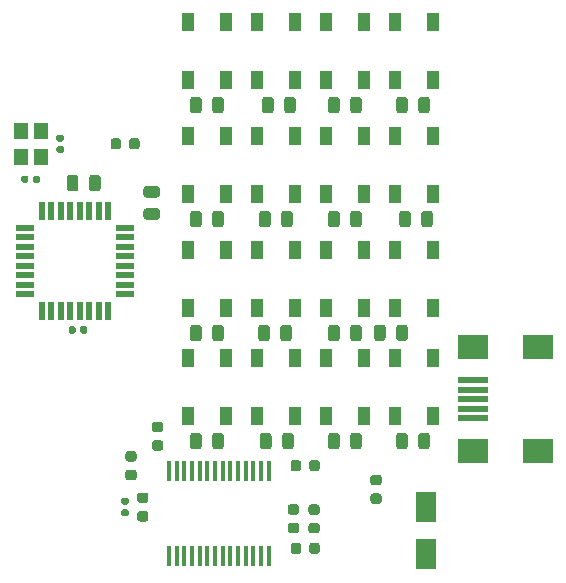
<source format=gbr>
%TF.GenerationSoftware,KiCad,Pcbnew,(5.1.6)-1*%
%TF.CreationDate,2020-07-28T23:07:53-07:00*%
%TF.ProjectId,Atmel,41746d65-6c2e-46b6-9963-61645f706362,rev?*%
%TF.SameCoordinates,Original*%
%TF.FileFunction,Paste,Top*%
%TF.FilePolarity,Positive*%
%FSLAX46Y46*%
G04 Gerber Fmt 4.6, Leading zero omitted, Abs format (unit mm)*
G04 Created by KiCad (PCBNEW (5.1.6)-1) date 2020-07-28 23:07:53*
%MOMM*%
%LPD*%
G01*
G04 APERTURE LIST*
%ADD10R,1.000000X1.500000*%
%ADD11R,1.800000X2.500000*%
%ADD12R,2.500000X2.000000*%
%ADD13R,2.500000X0.500000*%
%ADD14R,0.550000X1.600000*%
%ADD15R,1.600000X0.550000*%
%ADD16R,0.450000X1.750000*%
%ADD17R,1.200000X1.400000*%
G04 APERTURE END LIST*
%TO.C,C1*%
G36*
G01*
X32050000Y-83363750D02*
X32050000Y-84276250D01*
G75*
G02*
X31806250Y-84520000I-243750J0D01*
G01*
X31318750Y-84520000D01*
G75*
G02*
X31075000Y-84276250I0J243750D01*
G01*
X31075000Y-83363750D01*
G75*
G02*
X31318750Y-83120000I243750J0D01*
G01*
X31806250Y-83120000D01*
G75*
G02*
X32050000Y-83363750I0J-243750D01*
G01*
G37*
G36*
G01*
X33925000Y-83363750D02*
X33925000Y-84276250D01*
G75*
G02*
X33681250Y-84520000I-243750J0D01*
G01*
X33193750Y-84520000D01*
G75*
G02*
X32950000Y-84276250I0J243750D01*
G01*
X32950000Y-83363750D01*
G75*
G02*
X33193750Y-83120000I243750J0D01*
G01*
X33681250Y-83120000D01*
G75*
G02*
X33925000Y-83363750I0J-243750D01*
G01*
G37*
%TD*%
%TO.C,C2*%
G36*
G01*
X32190000Y-96422500D02*
X32190000Y-96077500D01*
G75*
G02*
X32337500Y-95930000I147500J0D01*
G01*
X32632500Y-95930000D01*
G75*
G02*
X32780000Y-96077500I0J-147500D01*
G01*
X32780000Y-96422500D01*
G75*
G02*
X32632500Y-96570000I-147500J0D01*
G01*
X32337500Y-96570000D01*
G75*
G02*
X32190000Y-96422500I0J147500D01*
G01*
G37*
G36*
G01*
X31220000Y-96422500D02*
X31220000Y-96077500D01*
G75*
G02*
X31367500Y-95930000I147500J0D01*
G01*
X31662500Y-95930000D01*
G75*
G02*
X31810000Y-96077500I0J-147500D01*
G01*
X31810000Y-96422500D01*
G75*
G02*
X31662500Y-96570000I-147500J0D01*
G01*
X31367500Y-96570000D01*
G75*
G02*
X31220000Y-96422500I0J147500D01*
G01*
G37*
%TD*%
%TO.C,C3*%
G36*
G01*
X28780000Y-83327500D02*
X28780000Y-83672500D01*
G75*
G02*
X28632500Y-83820000I-147500J0D01*
G01*
X28337500Y-83820000D01*
G75*
G02*
X28190000Y-83672500I0J147500D01*
G01*
X28190000Y-83327500D01*
G75*
G02*
X28337500Y-83180000I147500J0D01*
G01*
X28632500Y-83180000D01*
G75*
G02*
X28780000Y-83327500I0J-147500D01*
G01*
G37*
G36*
G01*
X27810000Y-83327500D02*
X27810000Y-83672500D01*
G75*
G02*
X27662500Y-83820000I-147500J0D01*
G01*
X27367500Y-83820000D01*
G75*
G02*
X27220000Y-83672500I0J147500D01*
G01*
X27220000Y-83327500D01*
G75*
G02*
X27367500Y-83180000I147500J0D01*
G01*
X27662500Y-83180000D01*
G75*
G02*
X27810000Y-83327500I0J-147500D01*
G01*
G37*
%TD*%
%TO.C,C4*%
G36*
G01*
X30672500Y-80310000D02*
X30327500Y-80310000D01*
G75*
G02*
X30180000Y-80162500I0J147500D01*
G01*
X30180000Y-79867500D01*
G75*
G02*
X30327500Y-79720000I147500J0D01*
G01*
X30672500Y-79720000D01*
G75*
G02*
X30820000Y-79867500I0J-147500D01*
G01*
X30820000Y-80162500D01*
G75*
G02*
X30672500Y-80310000I-147500J0D01*
G01*
G37*
G36*
G01*
X30672500Y-81280000D02*
X30327500Y-81280000D01*
G75*
G02*
X30180000Y-81132500I0J147500D01*
G01*
X30180000Y-80837500D01*
G75*
G02*
X30327500Y-80690000I147500J0D01*
G01*
X30672500Y-80690000D01*
G75*
G02*
X30820000Y-80837500I0J-147500D01*
G01*
X30820000Y-81132500D01*
G75*
G02*
X30672500Y-81280000I-147500J0D01*
G01*
G37*
%TD*%
%TO.C,C5*%
G36*
G01*
X44351000Y-76759750D02*
X44351000Y-77672250D01*
G75*
G02*
X44107250Y-77916000I-243750J0D01*
G01*
X43619750Y-77916000D01*
G75*
G02*
X43376000Y-77672250I0J243750D01*
G01*
X43376000Y-76759750D01*
G75*
G02*
X43619750Y-76516000I243750J0D01*
G01*
X44107250Y-76516000D01*
G75*
G02*
X44351000Y-76759750I0J-243750D01*
G01*
G37*
G36*
G01*
X42476000Y-76759750D02*
X42476000Y-77672250D01*
G75*
G02*
X42232250Y-77916000I-243750J0D01*
G01*
X41744750Y-77916000D01*
G75*
G02*
X41501000Y-77672250I0J243750D01*
G01*
X41501000Y-76759750D01*
G75*
G02*
X41744750Y-76516000I243750J0D01*
G01*
X42232250Y-76516000D01*
G75*
G02*
X42476000Y-76759750I0J-243750D01*
G01*
G37*
%TD*%
%TO.C,C6*%
G36*
G01*
X48572000Y-76759750D02*
X48572000Y-77672250D01*
G75*
G02*
X48328250Y-77916000I-243750J0D01*
G01*
X47840750Y-77916000D01*
G75*
G02*
X47597000Y-77672250I0J243750D01*
G01*
X47597000Y-76759750D01*
G75*
G02*
X47840750Y-76516000I243750J0D01*
G01*
X48328250Y-76516000D01*
G75*
G02*
X48572000Y-76759750I0J-243750D01*
G01*
G37*
G36*
G01*
X50447000Y-76759750D02*
X50447000Y-77672250D01*
G75*
G02*
X50203250Y-77916000I-243750J0D01*
G01*
X49715750Y-77916000D01*
G75*
G02*
X49472000Y-77672250I0J243750D01*
G01*
X49472000Y-76759750D01*
G75*
G02*
X49715750Y-76516000I243750J0D01*
G01*
X50203250Y-76516000D01*
G75*
G02*
X50447000Y-76759750I0J-243750D01*
G01*
G37*
%TD*%
%TO.C,C7*%
G36*
G01*
X56035000Y-76759750D02*
X56035000Y-77672250D01*
G75*
G02*
X55791250Y-77916000I-243750J0D01*
G01*
X55303750Y-77916000D01*
G75*
G02*
X55060000Y-77672250I0J243750D01*
G01*
X55060000Y-76759750D01*
G75*
G02*
X55303750Y-76516000I243750J0D01*
G01*
X55791250Y-76516000D01*
G75*
G02*
X56035000Y-76759750I0J-243750D01*
G01*
G37*
G36*
G01*
X54160000Y-76759750D02*
X54160000Y-77672250D01*
G75*
G02*
X53916250Y-77916000I-243750J0D01*
G01*
X53428750Y-77916000D01*
G75*
G02*
X53185000Y-77672250I0J243750D01*
G01*
X53185000Y-76759750D01*
G75*
G02*
X53428750Y-76516000I243750J0D01*
G01*
X53916250Y-76516000D01*
G75*
G02*
X54160000Y-76759750I0J-243750D01*
G01*
G37*
%TD*%
%TO.C,C8*%
G36*
G01*
X59923500Y-76759750D02*
X59923500Y-77672250D01*
G75*
G02*
X59679750Y-77916000I-243750J0D01*
G01*
X59192250Y-77916000D01*
G75*
G02*
X58948500Y-77672250I0J243750D01*
G01*
X58948500Y-76759750D01*
G75*
G02*
X59192250Y-76516000I243750J0D01*
G01*
X59679750Y-76516000D01*
G75*
G02*
X59923500Y-76759750I0J-243750D01*
G01*
G37*
G36*
G01*
X61798500Y-76759750D02*
X61798500Y-77672250D01*
G75*
G02*
X61554750Y-77916000I-243750J0D01*
G01*
X61067250Y-77916000D01*
G75*
G02*
X60823500Y-77672250I0J243750D01*
G01*
X60823500Y-76759750D01*
G75*
G02*
X61067250Y-76516000I243750J0D01*
G01*
X61554750Y-76516000D01*
G75*
G02*
X61798500Y-76759750I0J-243750D01*
G01*
G37*
%TD*%
%TO.C,C9*%
G36*
G01*
X47421500Y-106120250D02*
X47421500Y-105207750D01*
G75*
G02*
X47665250Y-104964000I243750J0D01*
G01*
X48152750Y-104964000D01*
G75*
G02*
X48396500Y-105207750I0J-243750D01*
G01*
X48396500Y-106120250D01*
G75*
G02*
X48152750Y-106364000I-243750J0D01*
G01*
X47665250Y-106364000D01*
G75*
G02*
X47421500Y-106120250I0J243750D01*
G01*
G37*
G36*
G01*
X49296500Y-106120250D02*
X49296500Y-105207750D01*
G75*
G02*
X49540250Y-104964000I243750J0D01*
G01*
X50027750Y-104964000D01*
G75*
G02*
X50271500Y-105207750I0J-243750D01*
G01*
X50271500Y-106120250D01*
G75*
G02*
X50027750Y-106364000I-243750J0D01*
G01*
X49540250Y-106364000D01*
G75*
G02*
X49296500Y-106120250I0J243750D01*
G01*
G37*
%TD*%
%TO.C,C10*%
G36*
G01*
X55060000Y-106120250D02*
X55060000Y-105207750D01*
G75*
G02*
X55303750Y-104964000I243750J0D01*
G01*
X55791250Y-104964000D01*
G75*
G02*
X56035000Y-105207750I0J-243750D01*
G01*
X56035000Y-106120250D01*
G75*
G02*
X55791250Y-106364000I-243750J0D01*
G01*
X55303750Y-106364000D01*
G75*
G02*
X55060000Y-106120250I0J243750D01*
G01*
G37*
G36*
G01*
X53185000Y-106120250D02*
X53185000Y-105207750D01*
G75*
G02*
X53428750Y-104964000I243750J0D01*
G01*
X53916250Y-104964000D01*
G75*
G02*
X54160000Y-105207750I0J-243750D01*
G01*
X54160000Y-106120250D01*
G75*
G02*
X53916250Y-106364000I-243750J0D01*
G01*
X53428750Y-106364000D01*
G75*
G02*
X53185000Y-106120250I0J243750D01*
G01*
G37*
%TD*%
%TO.C,C11*%
G36*
G01*
X58948500Y-106120250D02*
X58948500Y-105207750D01*
G75*
G02*
X59192250Y-104964000I243750J0D01*
G01*
X59679750Y-104964000D01*
G75*
G02*
X59923500Y-105207750I0J-243750D01*
G01*
X59923500Y-106120250D01*
G75*
G02*
X59679750Y-106364000I-243750J0D01*
G01*
X59192250Y-106364000D01*
G75*
G02*
X58948500Y-106120250I0J243750D01*
G01*
G37*
G36*
G01*
X60823500Y-106120250D02*
X60823500Y-105207750D01*
G75*
G02*
X61067250Y-104964000I243750J0D01*
G01*
X61554750Y-104964000D01*
G75*
G02*
X61798500Y-105207750I0J-243750D01*
G01*
X61798500Y-106120250D01*
G75*
G02*
X61554750Y-106364000I-243750J0D01*
G01*
X61067250Y-106364000D01*
G75*
G02*
X60823500Y-106120250I0J243750D01*
G01*
G37*
%TD*%
%TO.C,C12*%
G36*
G01*
X44351000Y-86411750D02*
X44351000Y-87324250D01*
G75*
G02*
X44107250Y-87568000I-243750J0D01*
G01*
X43619750Y-87568000D01*
G75*
G02*
X43376000Y-87324250I0J243750D01*
G01*
X43376000Y-86411750D01*
G75*
G02*
X43619750Y-86168000I243750J0D01*
G01*
X44107250Y-86168000D01*
G75*
G02*
X44351000Y-86411750I0J-243750D01*
G01*
G37*
G36*
G01*
X42476000Y-86411750D02*
X42476000Y-87324250D01*
G75*
G02*
X42232250Y-87568000I-243750J0D01*
G01*
X41744750Y-87568000D01*
G75*
G02*
X41501000Y-87324250I0J243750D01*
G01*
X41501000Y-86411750D01*
G75*
G02*
X41744750Y-86168000I243750J0D01*
G01*
X42232250Y-86168000D01*
G75*
G02*
X42476000Y-86411750I0J-243750D01*
G01*
G37*
%TD*%
%TO.C,C13*%
G36*
G01*
X49218000Y-87324250D02*
X49218000Y-86411750D01*
G75*
G02*
X49461750Y-86168000I243750J0D01*
G01*
X49949250Y-86168000D01*
G75*
G02*
X50193000Y-86411750I0J-243750D01*
G01*
X50193000Y-87324250D01*
G75*
G02*
X49949250Y-87568000I-243750J0D01*
G01*
X49461750Y-87568000D01*
G75*
G02*
X49218000Y-87324250I0J243750D01*
G01*
G37*
G36*
G01*
X47343000Y-87324250D02*
X47343000Y-86411750D01*
G75*
G02*
X47586750Y-86168000I243750J0D01*
G01*
X48074250Y-86168000D01*
G75*
G02*
X48318000Y-86411750I0J-243750D01*
G01*
X48318000Y-87324250D01*
G75*
G02*
X48074250Y-87568000I-243750J0D01*
G01*
X47586750Y-87568000D01*
G75*
G02*
X47343000Y-87324250I0J243750D01*
G01*
G37*
%TD*%
%TO.C,C14*%
G36*
G01*
X55060000Y-87324250D02*
X55060000Y-86411750D01*
G75*
G02*
X55303750Y-86168000I243750J0D01*
G01*
X55791250Y-86168000D01*
G75*
G02*
X56035000Y-86411750I0J-243750D01*
G01*
X56035000Y-87324250D01*
G75*
G02*
X55791250Y-87568000I-243750J0D01*
G01*
X55303750Y-87568000D01*
G75*
G02*
X55060000Y-87324250I0J243750D01*
G01*
G37*
G36*
G01*
X53185000Y-87324250D02*
X53185000Y-86411750D01*
G75*
G02*
X53428750Y-86168000I243750J0D01*
G01*
X53916250Y-86168000D01*
G75*
G02*
X54160000Y-86411750I0J-243750D01*
G01*
X54160000Y-87324250D01*
G75*
G02*
X53916250Y-87568000I-243750J0D01*
G01*
X53428750Y-87568000D01*
G75*
G02*
X53185000Y-87324250I0J243750D01*
G01*
G37*
%TD*%
%TO.C,C15*%
G36*
G01*
X59202500Y-87324250D02*
X59202500Y-86411750D01*
G75*
G02*
X59446250Y-86168000I243750J0D01*
G01*
X59933750Y-86168000D01*
G75*
G02*
X60177500Y-86411750I0J-243750D01*
G01*
X60177500Y-87324250D01*
G75*
G02*
X59933750Y-87568000I-243750J0D01*
G01*
X59446250Y-87568000D01*
G75*
G02*
X59202500Y-87324250I0J243750D01*
G01*
G37*
G36*
G01*
X61077500Y-87324250D02*
X61077500Y-86411750D01*
G75*
G02*
X61321250Y-86168000I243750J0D01*
G01*
X61808750Y-86168000D01*
G75*
G02*
X62052500Y-86411750I0J-243750D01*
G01*
X62052500Y-87324250D01*
G75*
G02*
X61808750Y-87568000I-243750J0D01*
G01*
X61321250Y-87568000D01*
G75*
G02*
X61077500Y-87324250I0J243750D01*
G01*
G37*
%TD*%
%TO.C,C16*%
G36*
G01*
X41501000Y-96976250D02*
X41501000Y-96063750D01*
G75*
G02*
X41744750Y-95820000I243750J0D01*
G01*
X42232250Y-95820000D01*
G75*
G02*
X42476000Y-96063750I0J-243750D01*
G01*
X42476000Y-96976250D01*
G75*
G02*
X42232250Y-97220000I-243750J0D01*
G01*
X41744750Y-97220000D01*
G75*
G02*
X41501000Y-96976250I0J243750D01*
G01*
G37*
G36*
G01*
X43376000Y-96976250D02*
X43376000Y-96063750D01*
G75*
G02*
X43619750Y-95820000I243750J0D01*
G01*
X44107250Y-95820000D01*
G75*
G02*
X44351000Y-96063750I0J-243750D01*
G01*
X44351000Y-96976250D01*
G75*
G02*
X44107250Y-97220000I-243750J0D01*
G01*
X43619750Y-97220000D01*
G75*
G02*
X43376000Y-96976250I0J243750D01*
G01*
G37*
%TD*%
%TO.C,C17*%
G36*
G01*
X49139500Y-96976250D02*
X49139500Y-96063750D01*
G75*
G02*
X49383250Y-95820000I243750J0D01*
G01*
X49870750Y-95820000D01*
G75*
G02*
X50114500Y-96063750I0J-243750D01*
G01*
X50114500Y-96976250D01*
G75*
G02*
X49870750Y-97220000I-243750J0D01*
G01*
X49383250Y-97220000D01*
G75*
G02*
X49139500Y-96976250I0J243750D01*
G01*
G37*
G36*
G01*
X47264500Y-96976250D02*
X47264500Y-96063750D01*
G75*
G02*
X47508250Y-95820000I243750J0D01*
G01*
X47995750Y-95820000D01*
G75*
G02*
X48239500Y-96063750I0J-243750D01*
G01*
X48239500Y-96976250D01*
G75*
G02*
X47995750Y-97220000I-243750J0D01*
G01*
X47508250Y-97220000D01*
G75*
G02*
X47264500Y-96976250I0J243750D01*
G01*
G37*
%TD*%
%TO.C,C18*%
G36*
G01*
X53185000Y-96976250D02*
X53185000Y-96063750D01*
G75*
G02*
X53428750Y-95820000I243750J0D01*
G01*
X53916250Y-95820000D01*
G75*
G02*
X54160000Y-96063750I0J-243750D01*
G01*
X54160000Y-96976250D01*
G75*
G02*
X53916250Y-97220000I-243750J0D01*
G01*
X53428750Y-97220000D01*
G75*
G02*
X53185000Y-96976250I0J243750D01*
G01*
G37*
G36*
G01*
X55060000Y-96976250D02*
X55060000Y-96063750D01*
G75*
G02*
X55303750Y-95820000I243750J0D01*
G01*
X55791250Y-95820000D01*
G75*
G02*
X56035000Y-96063750I0J-243750D01*
G01*
X56035000Y-96976250D01*
G75*
G02*
X55791250Y-97220000I-243750J0D01*
G01*
X55303750Y-97220000D01*
G75*
G02*
X55060000Y-96976250I0J243750D01*
G01*
G37*
%TD*%
%TO.C,C19*%
G36*
G01*
X58950000Y-96956250D02*
X58950000Y-96043750D01*
G75*
G02*
X59193750Y-95800000I243750J0D01*
G01*
X59681250Y-95800000D01*
G75*
G02*
X59925000Y-96043750I0J-243750D01*
G01*
X59925000Y-96956250D01*
G75*
G02*
X59681250Y-97200000I-243750J0D01*
G01*
X59193750Y-97200000D01*
G75*
G02*
X58950000Y-96956250I0J243750D01*
G01*
G37*
G36*
G01*
X57075000Y-96956250D02*
X57075000Y-96043750D01*
G75*
G02*
X57318750Y-95800000I243750J0D01*
G01*
X57806250Y-95800000D01*
G75*
G02*
X58050000Y-96043750I0J-243750D01*
G01*
X58050000Y-96956250D01*
G75*
G02*
X57806250Y-97200000I-243750J0D01*
G01*
X57318750Y-97200000D01*
G75*
G02*
X57075000Y-96956250I0J243750D01*
G01*
G37*
%TD*%
%TO.C,C20*%
G36*
G01*
X41501000Y-106120250D02*
X41501000Y-105207750D01*
G75*
G02*
X41744750Y-104964000I243750J0D01*
G01*
X42232250Y-104964000D01*
G75*
G02*
X42476000Y-105207750I0J-243750D01*
G01*
X42476000Y-106120250D01*
G75*
G02*
X42232250Y-106364000I-243750J0D01*
G01*
X41744750Y-106364000D01*
G75*
G02*
X41501000Y-106120250I0J243750D01*
G01*
G37*
G36*
G01*
X43376000Y-106120250D02*
X43376000Y-105207750D01*
G75*
G02*
X43619750Y-104964000I243750J0D01*
G01*
X44107250Y-104964000D01*
G75*
G02*
X44351000Y-105207750I0J-243750D01*
G01*
X44351000Y-106120250D01*
G75*
G02*
X44107250Y-106364000I-243750J0D01*
G01*
X43619750Y-106364000D01*
G75*
G02*
X43376000Y-106120250I0J243750D01*
G01*
G37*
%TD*%
%TO.C,C21*%
G36*
G01*
X57506250Y-109400000D02*
X56993750Y-109400000D01*
G75*
G02*
X56775000Y-109181250I0J218750D01*
G01*
X56775000Y-108743750D01*
G75*
G02*
X56993750Y-108525000I218750J0D01*
G01*
X57506250Y-108525000D01*
G75*
G02*
X57725000Y-108743750I0J-218750D01*
G01*
X57725000Y-109181250D01*
G75*
G02*
X57506250Y-109400000I-218750J0D01*
G01*
G37*
G36*
G01*
X57506250Y-110975000D02*
X56993750Y-110975000D01*
G75*
G02*
X56775000Y-110756250I0J218750D01*
G01*
X56775000Y-110318750D01*
G75*
G02*
X56993750Y-110100000I218750J0D01*
G01*
X57506250Y-110100000D01*
G75*
G02*
X57725000Y-110318750I0J-218750D01*
G01*
X57725000Y-110756250D01*
G75*
G02*
X57506250Y-110975000I-218750J0D01*
G01*
G37*
%TD*%
%TO.C,C22*%
G36*
G01*
X35827500Y-110470000D02*
X36172500Y-110470000D01*
G75*
G02*
X36320000Y-110617500I0J-147500D01*
G01*
X36320000Y-110912500D01*
G75*
G02*
X36172500Y-111060000I-147500J0D01*
G01*
X35827500Y-111060000D01*
G75*
G02*
X35680000Y-110912500I0J147500D01*
G01*
X35680000Y-110617500D01*
G75*
G02*
X35827500Y-110470000I147500J0D01*
G01*
G37*
G36*
G01*
X35827500Y-111440000D02*
X36172500Y-111440000D01*
G75*
G02*
X36320000Y-111587500I0J-147500D01*
G01*
X36320000Y-111882500D01*
G75*
G02*
X36172500Y-112030000I-147500J0D01*
G01*
X35827500Y-112030000D01*
G75*
G02*
X35680000Y-111882500I0J147500D01*
G01*
X35680000Y-111587500D01*
G75*
G02*
X35827500Y-111440000I147500J0D01*
G01*
G37*
%TD*%
%TO.C,C23*%
G36*
G01*
X37756250Y-112475000D02*
X37243750Y-112475000D01*
G75*
G02*
X37025000Y-112256250I0J218750D01*
G01*
X37025000Y-111818750D01*
G75*
G02*
X37243750Y-111600000I218750J0D01*
G01*
X37756250Y-111600000D01*
G75*
G02*
X37975000Y-111818750I0J-218750D01*
G01*
X37975000Y-112256250D01*
G75*
G02*
X37756250Y-112475000I-218750J0D01*
G01*
G37*
G36*
G01*
X37756250Y-110900000D02*
X37243750Y-110900000D01*
G75*
G02*
X37025000Y-110681250I0J218750D01*
G01*
X37025000Y-110243750D01*
G75*
G02*
X37243750Y-110025000I218750J0D01*
G01*
X37756250Y-110025000D01*
G75*
G02*
X37975000Y-110243750I0J-218750D01*
G01*
X37975000Y-110681250D01*
G75*
G02*
X37756250Y-110900000I-218750J0D01*
G01*
G37*
%TD*%
D10*
%TO.C,D1*%
X41326000Y-75094000D03*
X44526000Y-75094000D03*
X41326000Y-70194000D03*
X44526000Y-70194000D03*
%TD*%
%TO.C,D2*%
X50368000Y-70194000D03*
X47168000Y-70194000D03*
X50368000Y-75094000D03*
X47168000Y-75094000D03*
%TD*%
%TO.C,D3*%
X53010000Y-75094000D03*
X56210000Y-75094000D03*
X53010000Y-70194000D03*
X56210000Y-70194000D03*
%TD*%
%TO.C,D4*%
X62052000Y-70194000D03*
X58852000Y-70194000D03*
X62052000Y-75094000D03*
X58852000Y-75094000D03*
%TD*%
%TO.C,D5*%
X62052000Y-79846000D03*
X58852000Y-79846000D03*
X62052000Y-84746000D03*
X58852000Y-84746000D03*
%TD*%
%TO.C,D6*%
X53010000Y-84746000D03*
X56210000Y-84746000D03*
X53010000Y-79846000D03*
X56210000Y-79846000D03*
%TD*%
%TO.C,D7*%
X50368000Y-79846000D03*
X47168000Y-79846000D03*
X50368000Y-84746000D03*
X47168000Y-84746000D03*
%TD*%
%TO.C,D8*%
X41326000Y-84746000D03*
X44526000Y-84746000D03*
X41326000Y-79846000D03*
X44526000Y-79846000D03*
%TD*%
%TO.C,D9*%
X44526000Y-89498000D03*
X41326000Y-89498000D03*
X44526000Y-94398000D03*
X41326000Y-94398000D03*
%TD*%
%TO.C,D10*%
X47168000Y-94398000D03*
X50368000Y-94398000D03*
X47168000Y-89498000D03*
X50368000Y-89498000D03*
%TD*%
%TO.C,D11*%
X56210000Y-89498000D03*
X53010000Y-89498000D03*
X56210000Y-94398000D03*
X53010000Y-94398000D03*
%TD*%
%TO.C,D12*%
X58852000Y-94398000D03*
X62052000Y-94398000D03*
X58852000Y-89498000D03*
X62052000Y-89498000D03*
%TD*%
%TO.C,D13*%
X62052000Y-98642000D03*
X58852000Y-98642000D03*
X62052000Y-103542000D03*
X58852000Y-103542000D03*
%TD*%
%TO.C,D14*%
X53010000Y-103542000D03*
X56210000Y-103542000D03*
X53010000Y-98642000D03*
X56210000Y-98642000D03*
%TD*%
%TO.C,D15*%
X50368000Y-98642000D03*
X47168000Y-98642000D03*
X50368000Y-103542000D03*
X47168000Y-103542000D03*
%TD*%
%TO.C,D16*%
X41326000Y-103542000D03*
X44526000Y-103542000D03*
X41326000Y-98642000D03*
X44526000Y-98642000D03*
%TD*%
%TO.C,D17*%
G36*
G01*
X51600000Y-115006250D02*
X51600000Y-114493750D01*
G75*
G02*
X51818750Y-114275000I218750J0D01*
G01*
X52256250Y-114275000D01*
G75*
G02*
X52475000Y-114493750I0J-218750D01*
G01*
X52475000Y-115006250D01*
G75*
G02*
X52256250Y-115225000I-218750J0D01*
G01*
X51818750Y-115225000D01*
G75*
G02*
X51600000Y-115006250I0J218750D01*
G01*
G37*
G36*
G01*
X50025000Y-115006250D02*
X50025000Y-114493750D01*
G75*
G02*
X50243750Y-114275000I218750J0D01*
G01*
X50681250Y-114275000D01*
G75*
G02*
X50900000Y-114493750I0J-218750D01*
G01*
X50900000Y-115006250D01*
G75*
G02*
X50681250Y-115225000I-218750J0D01*
G01*
X50243750Y-115225000D01*
G75*
G02*
X50025000Y-115006250I0J218750D01*
G01*
G37*
%TD*%
D11*
%TO.C,D18*%
X61468000Y-115252000D03*
X61468000Y-111252000D03*
%TD*%
%TO.C,D19*%
G36*
G01*
X51743750Y-111025000D02*
X52256250Y-111025000D01*
G75*
G02*
X52475000Y-111243750I0J-218750D01*
G01*
X52475000Y-111681250D01*
G75*
G02*
X52256250Y-111900000I-218750J0D01*
G01*
X51743750Y-111900000D01*
G75*
G02*
X51525000Y-111681250I0J218750D01*
G01*
X51525000Y-111243750D01*
G75*
G02*
X51743750Y-111025000I218750J0D01*
G01*
G37*
G36*
G01*
X51743750Y-112600000D02*
X52256250Y-112600000D01*
G75*
G02*
X52475000Y-112818750I0J-218750D01*
G01*
X52475000Y-113256250D01*
G75*
G02*
X52256250Y-113475000I-218750J0D01*
G01*
X51743750Y-113475000D01*
G75*
G02*
X51525000Y-113256250I0J218750D01*
G01*
X51525000Y-112818750D01*
G75*
G02*
X51743750Y-112600000I218750J0D01*
G01*
G37*
%TD*%
D12*
%TO.C,J3*%
X70972000Y-106508000D03*
X70972000Y-97708000D03*
X65472000Y-106508000D03*
X65472000Y-97708000D03*
D13*
X65472000Y-103708000D03*
X65472000Y-102908000D03*
X65472000Y-102108000D03*
X65472000Y-101308000D03*
X65472000Y-100508000D03*
%TD*%
%TO.C,R1*%
G36*
G01*
X34775000Y-80756250D02*
X34775000Y-80243750D01*
G75*
G02*
X34993750Y-80025000I218750J0D01*
G01*
X35431250Y-80025000D01*
G75*
G02*
X35650000Y-80243750I0J-218750D01*
G01*
X35650000Y-80756250D01*
G75*
G02*
X35431250Y-80975000I-218750J0D01*
G01*
X34993750Y-80975000D01*
G75*
G02*
X34775000Y-80756250I0J218750D01*
G01*
G37*
G36*
G01*
X36350000Y-80756250D02*
X36350000Y-80243750D01*
G75*
G02*
X36568750Y-80025000I218750J0D01*
G01*
X37006250Y-80025000D01*
G75*
G02*
X37225000Y-80243750I0J-218750D01*
G01*
X37225000Y-80756250D01*
G75*
G02*
X37006250Y-80975000I-218750J0D01*
G01*
X36568750Y-80975000D01*
G75*
G02*
X36350000Y-80756250I0J218750D01*
G01*
G37*
%TD*%
%TO.C,R2*%
G36*
G01*
X38493750Y-104025000D02*
X39006250Y-104025000D01*
G75*
G02*
X39225000Y-104243750I0J-218750D01*
G01*
X39225000Y-104681250D01*
G75*
G02*
X39006250Y-104900000I-218750J0D01*
G01*
X38493750Y-104900000D01*
G75*
G02*
X38275000Y-104681250I0J218750D01*
G01*
X38275000Y-104243750D01*
G75*
G02*
X38493750Y-104025000I218750J0D01*
G01*
G37*
G36*
G01*
X38493750Y-105600000D02*
X39006250Y-105600000D01*
G75*
G02*
X39225000Y-105818750I0J-218750D01*
G01*
X39225000Y-106256250D01*
G75*
G02*
X39006250Y-106475000I-218750J0D01*
G01*
X38493750Y-106475000D01*
G75*
G02*
X38275000Y-106256250I0J218750D01*
G01*
X38275000Y-105818750D01*
G75*
G02*
X38493750Y-105600000I218750J0D01*
G01*
G37*
%TD*%
%TO.C,R3*%
G36*
G01*
X36243750Y-108100000D02*
X36756250Y-108100000D01*
G75*
G02*
X36975000Y-108318750I0J-218750D01*
G01*
X36975000Y-108756250D01*
G75*
G02*
X36756250Y-108975000I-218750J0D01*
G01*
X36243750Y-108975000D01*
G75*
G02*
X36025000Y-108756250I0J218750D01*
G01*
X36025000Y-108318750D01*
G75*
G02*
X36243750Y-108100000I218750J0D01*
G01*
G37*
G36*
G01*
X36243750Y-106525000D02*
X36756250Y-106525000D01*
G75*
G02*
X36975000Y-106743750I0J-218750D01*
G01*
X36975000Y-107181250D01*
G75*
G02*
X36756250Y-107400000I-218750J0D01*
G01*
X36243750Y-107400000D01*
G75*
G02*
X36025000Y-107181250I0J218750D01*
G01*
X36025000Y-106743750D01*
G75*
G02*
X36243750Y-106525000I218750J0D01*
G01*
G37*
%TD*%
%TO.C,R4*%
G36*
G01*
X50506250Y-113475000D02*
X49993750Y-113475000D01*
G75*
G02*
X49775000Y-113256250I0J218750D01*
G01*
X49775000Y-112818750D01*
G75*
G02*
X49993750Y-112600000I218750J0D01*
G01*
X50506250Y-112600000D01*
G75*
G02*
X50725000Y-112818750I0J-218750D01*
G01*
X50725000Y-113256250D01*
G75*
G02*
X50506250Y-113475000I-218750J0D01*
G01*
G37*
G36*
G01*
X50506250Y-111900000D02*
X49993750Y-111900000D01*
G75*
G02*
X49775000Y-111681250I0J218750D01*
G01*
X49775000Y-111243750D01*
G75*
G02*
X49993750Y-111025000I218750J0D01*
G01*
X50506250Y-111025000D01*
G75*
G02*
X50725000Y-111243750I0J-218750D01*
G01*
X50725000Y-111681250D01*
G75*
G02*
X50506250Y-111900000I-218750J0D01*
G01*
G37*
%TD*%
%TO.C,R5*%
G36*
G01*
X50900000Y-107493750D02*
X50900000Y-108006250D01*
G75*
G02*
X50681250Y-108225000I-218750J0D01*
G01*
X50243750Y-108225000D01*
G75*
G02*
X50025000Y-108006250I0J218750D01*
G01*
X50025000Y-107493750D01*
G75*
G02*
X50243750Y-107275000I218750J0D01*
G01*
X50681250Y-107275000D01*
G75*
G02*
X50900000Y-107493750I0J-218750D01*
G01*
G37*
G36*
G01*
X52475000Y-107493750D02*
X52475000Y-108006250D01*
G75*
G02*
X52256250Y-108225000I-218750J0D01*
G01*
X51818750Y-108225000D01*
G75*
G02*
X51600000Y-108006250I0J218750D01*
G01*
X51600000Y-107493750D01*
G75*
G02*
X51818750Y-107275000I218750J0D01*
G01*
X52256250Y-107275000D01*
G75*
G02*
X52475000Y-107493750I0J-218750D01*
G01*
G37*
%TD*%
%TO.C,R6*%
G36*
G01*
X37793750Y-84075000D02*
X38706250Y-84075000D01*
G75*
G02*
X38950000Y-84318750I0J-243750D01*
G01*
X38950000Y-84806250D01*
G75*
G02*
X38706250Y-85050000I-243750J0D01*
G01*
X37793750Y-85050000D01*
G75*
G02*
X37550000Y-84806250I0J243750D01*
G01*
X37550000Y-84318750D01*
G75*
G02*
X37793750Y-84075000I243750J0D01*
G01*
G37*
G36*
G01*
X37793750Y-85950000D02*
X38706250Y-85950000D01*
G75*
G02*
X38950000Y-86193750I0J-243750D01*
G01*
X38950000Y-86681250D01*
G75*
G02*
X38706250Y-86925000I-243750J0D01*
G01*
X37793750Y-86925000D01*
G75*
G02*
X37550000Y-86681250I0J243750D01*
G01*
X37550000Y-86193750D01*
G75*
G02*
X37793750Y-85950000I243750J0D01*
G01*
G37*
%TD*%
D14*
%TO.C,U1*%
X34550000Y-86174000D03*
X33750000Y-86174000D03*
X32950000Y-86174000D03*
X32150000Y-86174000D03*
X31350000Y-86174000D03*
X30550000Y-86174000D03*
X29750000Y-86174000D03*
X28950000Y-86174000D03*
D15*
X27500000Y-87624000D03*
X27500000Y-88424000D03*
X27500000Y-89224000D03*
X27500000Y-90024000D03*
X27500000Y-90824000D03*
X27500000Y-91624000D03*
X27500000Y-92424000D03*
X27500000Y-93224000D03*
D14*
X28950000Y-94674000D03*
X29750000Y-94674000D03*
X30550000Y-94674000D03*
X31350000Y-94674000D03*
X32150000Y-94674000D03*
X32950000Y-94674000D03*
X33750000Y-94674000D03*
X34550000Y-94674000D03*
D15*
X36000000Y-93224000D03*
X36000000Y-92424000D03*
X36000000Y-91624000D03*
X36000000Y-90824000D03*
X36000000Y-90024000D03*
X36000000Y-89224000D03*
X36000000Y-88424000D03*
X36000000Y-87624000D03*
%TD*%
D16*
%TO.C,U2*%
X39717000Y-115360000D03*
X40367000Y-115360000D03*
X41017000Y-115360000D03*
X41667000Y-115360000D03*
X42317000Y-115360000D03*
X42967000Y-115360000D03*
X43617000Y-115360000D03*
X44267000Y-115360000D03*
X44917000Y-115360000D03*
X45567000Y-115360000D03*
X46217000Y-115360000D03*
X46867000Y-115360000D03*
X47517000Y-115360000D03*
X48167000Y-115360000D03*
X48167000Y-108160000D03*
X47517000Y-108160000D03*
X46867000Y-108160000D03*
X46217000Y-108160000D03*
X45567000Y-108160000D03*
X44917000Y-108160000D03*
X44267000Y-108160000D03*
X43617000Y-108160000D03*
X42967000Y-108160000D03*
X42317000Y-108160000D03*
X41667000Y-108160000D03*
X41017000Y-108160000D03*
X40367000Y-108160000D03*
X39717000Y-108160000D03*
%TD*%
D17*
%TO.C,Y1*%
X28850000Y-81600000D03*
X28850000Y-79400000D03*
X27150000Y-79400000D03*
X27150000Y-81600000D03*
%TD*%
M02*

</source>
